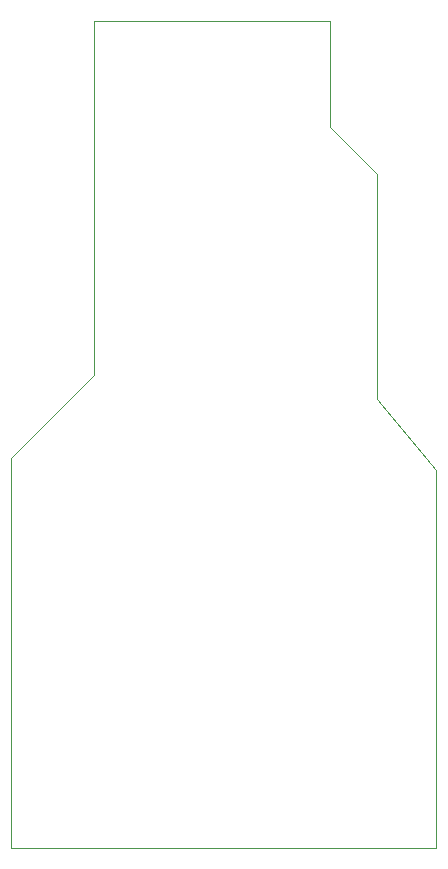
<source format=gbr>
%TF.GenerationSoftware,KiCad,Pcbnew,(6.0.8)*%
%TF.CreationDate,2023-11-14T22:14:52+01:00*%
%TF.ProjectId,B780_CPU,42373830-5f43-4505-952e-6b696361645f,rev?*%
%TF.SameCoordinates,Original*%
%TF.FileFunction,Profile,NP*%
%FSLAX46Y46*%
G04 Gerber Fmt 4.6, Leading zero omitted, Abs format (unit mm)*
G04 Created by KiCad (PCBNEW (6.0.8)) date 2023-11-14 22:14:52*
%MOMM*%
%LPD*%
G01*
G04 APERTURE LIST*
%TA.AperFunction,Profile*%
%ADD10C,0.100000*%
%TD*%
G04 APERTURE END LIST*
D10*
X87500000Y-46500000D02*
X91500000Y-50500000D01*
X67500000Y-67500000D02*
X60500000Y-74500000D01*
X91500000Y-69500000D02*
X96500000Y-75500000D01*
X91500000Y-64500000D02*
X91500000Y-50500000D01*
X67500000Y-37500000D02*
X87500000Y-37500000D01*
X91500000Y-69500000D02*
X91500000Y-64500000D01*
X60500000Y-107500000D02*
X96500000Y-107500000D01*
X96500000Y-107500000D02*
X96500000Y-75500000D01*
X87500000Y-46500000D02*
X87500000Y-37500000D01*
X67500000Y-37500000D02*
X67500000Y-67500000D01*
X60500000Y-74500000D02*
X60500000Y-107500000D01*
M02*

</source>
